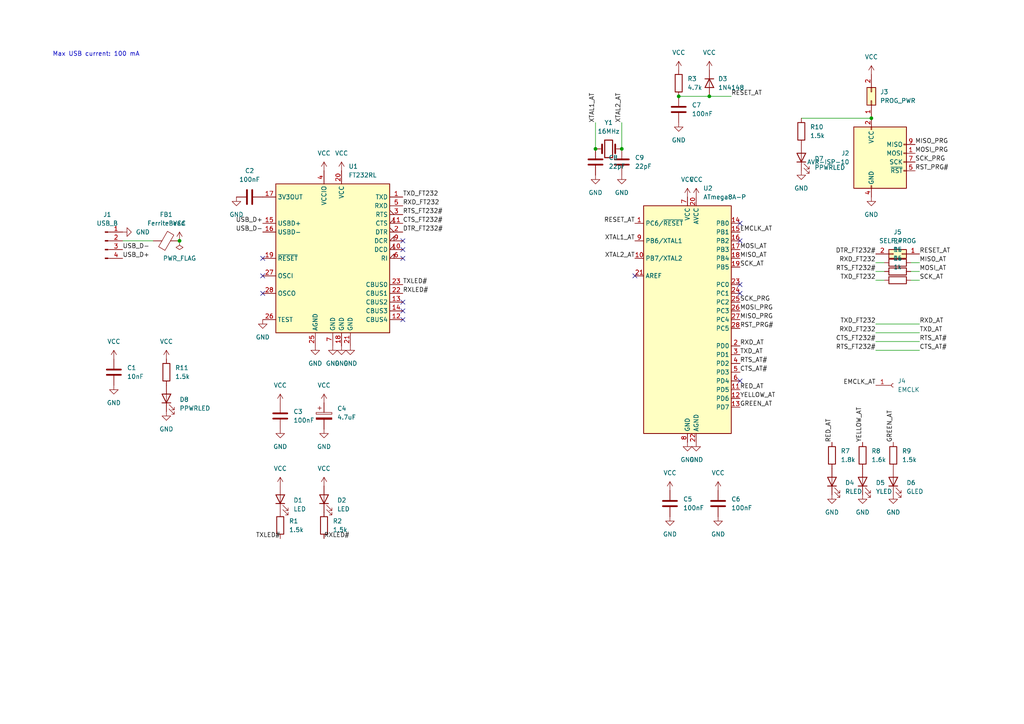
<source format=kicad_sch>
(kicad_sch (version 20211123) (generator eeschema)
  (paper "A4")
  (title_block (title "AVR programmer"))
  (lib_symbols
    (symbol "Connector:AVR-ISP-10" (pin_names (offset 1.016))
      (property "Reference" "J" (at -6.35 11.43 0))
      (property "Value" "AVR-ISP-10" (at 0 11.43 0))
      (symbol "AVR-ISP-10_0_1"
        (rectangle (start -2.667 -6.858) (end -2.413 -7.62))
        (rectangle (start -2.667 10.16) (end -2.413 9.398))
        (rectangle (start 7.62 -2.413) (end 6.858 -2.667))
        (rectangle (start 7.62 0.127) (end 6.858 -0.127))
        (rectangle (start 7.62 2.667) (end 6.858 2.413))
        (rectangle (start 7.62 5.207) (end 6.858 4.953))
        (rectangle (start 7.62 10.16) (end -7.62 -7.62) (stroke (width 0.254)) (fill (type background)))
      )
      (symbol "AVR-ISP-10_1_1"
        (pin passive line (at 10.16 2.54 180) (length 2.54) (name "MOSI") (number "1"))
        (pin passive line (at -2.54 -10.16 90) (length 2.54) hide (name "GND") (number "10"))
        (pin passive line (at -2.54 12.7 270) (length 2.54) (name "VCC") (number "2"))
        (pin no_connect line (at 7.62 -5.08 180) (length 2.54) hide (name "NC") (number "3"))
        (pin passive line (at -2.54 -10.16 90) (length 2.54) (name "GND") (number "4"))
        (pin passive line (at 10.16 -2.54 180) (length 2.54) (name "~{RST}") (number "5"))
        (pin passive line (at -2.54 -10.16 90) (length 2.54) hide (name "GND") (number "6"))
        (pin passive line (at 10.16 0 180) (length 2.54) (name "SCK") (number "7"))
        (pin passive line (at -2.54 -10.16 90) (length 2.54) hide (name "GND") (number "8"))
        (pin passive line (at 10.16 5.08 180) (length 2.54) (name "MISO") (number "9"))
      )
    )
    (symbol "Connector:Conn_01x01_Female" (pin_names (offset 1.016) hide)
      (property "Reference" "J" (at 0 2.54 0))
      (property "Value" "Conn_01x01_Female" (at 0 -2.54 0))
      (symbol "Conn_01x01_Female_1_1"
        (polyline (pts (xy -1.27 0) (xy -0.508 0)) (stroke (width 0.1524)))
        (arc (start 0 0.508) (mid -0.508 0) (end 0 -0.508) (stroke (width 0.1524)))
        (pin passive line (at -5.08 0 0) (length 3.81) (name "Pin_1") (number "1"))
      )
    )
    (symbol "Connector:Conn_01x04_Male" (pin_names (offset 1.016) hide)
      (property "Reference" "J" (at 0 5.08 0))
      (property "Value" "Conn_01x04_Male" (at 0 -7.62 0))
      (symbol "Conn_01x04_Male_1_1"
        (polyline (pts (xy 1.27 -5.08) (xy 0.8636 -5.08)) (stroke (width 0.1524)))
        (polyline (pts (xy 1.27 -2.54) (xy 0.8636 -2.54)) (stroke (width 0.1524)))
        (polyline (pts (xy 1.27 0) (xy 0.8636 0)) (stroke (width 0.1524)))
        (polyline (pts (xy 1.27 2.54) (xy 0.8636 2.54)) (stroke (width 0.1524)))
        (rectangle (start 0.8636 -4.953) (end 0 -5.207) (stroke (width 0.1524)) (fill (type outline)))
        (rectangle (start 0.8636 -2.413) (end 0 -2.667) (stroke (width 0.1524)) (fill (type outline)))
        (rectangle (start 0.8636 0.127) (end 0 -0.127) (stroke (width 0.1524)) (fill (type outline)))
        (rectangle (start 0.8636 2.667) (end 0 2.413) (stroke (width 0.1524)) (fill (type outline)))
        (pin passive line (at 5.08 2.54 180) (length 3.81) (name "Pin_1") (number "1"))
        (pin passive line (at 5.08 0 180) (length 3.81) (name "Pin_2") (number "2"))
        (pin passive line (at 5.08 -2.54 180) (length 3.81) (name "Pin_3") (number "3"))
        (pin passive line (at 5.08 -5.08 180) (length 3.81) (name "Pin_4") (number "4"))
      )
    )
    (symbol "Connector_Generic:Conn_02x01" (pin_names (offset 1.016) hide)
      (property "Reference" "J" (at 1.27 2.54 0))
      (property "Value" "Conn_02x01" (at 1.27 -2.54 0))
      (symbol "Conn_02x01_1_1"
        (rectangle (start -1.27 0.127) (end 0 -0.127) (stroke (width 0.1524)))
        (rectangle (start -1.27 1.27) (end 3.81 -1.27) (stroke (width 0.254)) (fill (type background)))
        (rectangle (start 3.81 0.127) (end 2.54 -0.127) (stroke (width 0.1524)))
        (pin passive line (at -5.08 0 0) (length 3.81) (name "Pin_1") (number "1"))
        (pin passive line (at 7.62 0 180) (length 3.81) (name "Pin_2") (number "2"))
      )
    )
    (symbol "Device:C" (pin_numbers hide) (pin_names (offset 0.254))
      (property "Reference" "C" (at 0.635 2.54 0))
      (property "Value" "C" (at 0.635 -2.54 0))
      (symbol "C_0_1"
        (polyline (pts (xy -2.032 -0.762) (xy 2.032 -0.762)) (stroke (width 0.508)))
        (polyline (pts (xy -2.032 0.762) (xy 2.032 0.762)) (stroke (width 0.508)))
      )
      (symbol "C_1_1"
        (pin passive line (at 0 3.81 270) (length 2.794) (name "~") (number "1"))
        (pin passive line (at 0 -3.81 90) (length 2.794) (name "~") (number "2"))
      )
    )
    (symbol "Device:C_Polarized" (pin_numbers hide) (pin_names (offset 0.254))
      (property "Reference" "C" (at 0.635 2.54 0))
      (property "Value" "C_Polarized" (at 0.635 -2.54 0))
      (symbol "C_Polarized_0_1"
        (rectangle (start -2.286 0.508) (end 2.286 1.016))
        (polyline (pts (xy -1.778 2.286) (xy -0.762 2.286)))
        (polyline (pts (xy -1.27 2.794) (xy -1.27 1.778)))
        (rectangle (start 2.286 -0.508) (end -2.286 -1.016) (fill (type outline)))
      )
      (symbol "C_Polarized_1_1"
        (pin passive line (at 0 3.81 270) (length 2.794) (name "~") (number "1"))
        (pin passive line (at 0 -3.81 90) (length 2.794) (name "~") (number "2"))
      )
    )
    (symbol "Device:Crystal" (pin_numbers hide) (pin_names (offset 1.016) hide)
      (property "Reference" "Y" (at 0 3.81 0))
      (property "Value" "Crystal" (at 0 -3.81 0))
      (symbol "Crystal_0_1"
        (rectangle (start -1.143 2.54) (end 1.143 -2.54) (stroke (width 0.3048)))
        (polyline (pts (xy -2.54 0) (xy -1.905 0)))
        (polyline (pts (xy -1.905 -1.27) (xy -1.905 1.27)) (stroke (width 0.508)))
        (polyline (pts (xy 1.905 -1.27) (xy 1.905 1.27)) (stroke (width 0.508)))
        (polyline (pts (xy 2.54 0) (xy 1.905 0)))
      )
      (symbol "Crystal_1_1"
        (pin passive line (at -3.81 0 0) (length 1.27) (name "1") (number "1"))
        (pin passive line (at 3.81 0 180) (length 1.27) (name "2") (number "2"))
      )
    )
    (symbol "Device:FerriteBead" (pin_numbers hide) (pin_names (offset 0))
      (property "Reference" "FB" (at -3.81 0.635 90))
      (property "Value" "FerriteBead" (at 3.81 0 90))
      (symbol "FerriteBead_0_1"
        (polyline (pts (xy 0 -1.27) (xy 0 -1.2192)))
        (polyline (pts (xy 0 1.27) (xy 0 1.2954)))
        (polyline (pts (xy -2.7686 0.4064) (xy -1.7018 2.2606) (xy 2.7686 -0.3048) (xy 1.6764 -2.159) (xy -2.7686 0.4064)))
      )
      (symbol "FerriteBead_1_1"
        (pin passive line (at 0 3.81 270) (length 2.54) (name "~") (number "1"))
        (pin passive line (at 0 -3.81 90) (length 2.54) (name "~") (number "2"))
      )
    )
    (symbol "Device:LED" (pin_numbers hide) (pin_names (offset 1.016) hide)
      (property "Reference" "D" (at 0 2.54 0))
      (property "Value" "LED" (at 0 -2.54 0))
      (symbol "LED_0_1"
        (polyline (pts (xy -1.27 -1.27) (xy -1.27 1.27)) (stroke (width 0.254)))
        (polyline (pts (xy -1.27 0) (xy 1.27 0)))
        (polyline (pts (xy 1.27 -1.27) (xy 1.27 1.27) (xy -1.27 0) (xy 1.27 -1.27)) (stroke (width 0.254)))
        (polyline (pts (xy -3.048 -0.762) (xy -4.572 -2.286) (xy -3.81 -2.286) (xy -4.572 -2.286) (xy -4.572 -1.524)))
        (polyline (pts (xy -1.778 -0.762) (xy -3.302 -2.286) (xy -2.54 -2.286) (xy -3.302 -2.286) (xy -3.302 -1.524)))
      )
      (symbol "LED_1_1"
        (pin passive line (at -3.81 0 0) (length 2.54) (name "K") (number "1"))
        (pin passive line (at 3.81 0 180) (length 2.54) (name "A") (number "2"))
      )
    )
    (symbol "Device:R" (pin_numbers hide) (pin_names (offset 0))
      (property "Reference" "R" (at 2.032 0 90))
      (property "Value" "R" (at 0 0 90))
      (symbol "R_0_1"
        (rectangle (start -1.016 -2.54) (end 1.016 2.54) (stroke (width 0.254)))
      )
      (symbol "R_1_1"
        (pin passive line (at 0 3.81 270) (length 1.27) (name "~") (number "1"))
        (pin passive line (at 0 -3.81 90) (length 1.27) (name "~") (number "2"))
      )
    )
    (symbol "Diode:1N4148" (pin_numbers hide) (pin_names hide)
      (property "Reference" "D" (at 0 2.54 0))
      (property "Value" "1N4148" (at 0 -2.54 0))
      (symbol "1N4148_0_1"
        (polyline (pts (xy -1.27 1.27) (xy -1.27 -1.27)) (stroke (width 0.254)))
        (polyline (pts (xy 1.27 0) (xy -1.27 0)))
        (polyline (pts (xy 1.27 1.27) (xy 1.27 -1.27) (xy -1.27 0) (xy 1.27 1.27)) (stroke (width 0.254)))
      )
      (symbol "1N4148_1_1"
        (pin passive line (at -3.81 0 0) (length 2.54) (name "K") (number "1"))
        (pin passive line (at 3.81 0 180) (length 2.54) (name "A") (number "2"))
      )
    )
    (symbol "Interface_USB:FT232RL"
      (property "Reference" "U" (at -16.51 22.86 0))
      (property "Value" "FT232RL" (at 10.16 22.86 0))
      (symbol "FT232RL_0_1"
        (rectangle (start -16.51 21.59) (end 16.51 -21.59) (stroke (width 0.254)) (fill (type background)))
      )
      (symbol "FT232RL_1_1"
        (pin output line (at 20.32 17.78 180) (length 3.81) (name "TXD") (number "1"))
        (pin input input_low (at 20.32 2.54 180) (length 3.81) (name "DCD") (number "10"))
        (pin input input_low (at 20.32 10.16 180) (length 3.81) (name "CTS") (number "11"))
        (pin bidirectional line (at 20.32 -17.78 180) (length 3.81) (name "CBUS4") (number "12"))
        (pin bidirectional line (at 20.32 -12.7 180) (length 3.81) (name "CBUS2") (number "13"))
        (pin bidirectional line (at 20.32 -15.24 180) (length 3.81) (name "CBUS3") (number "14"))
        (pin bidirectional line (at -20.32 10.16 0) (length 3.81) (name "USBD+") (number "15"))
        (pin bidirectional line (at -20.32 7.62 0) (length 3.81) (name "USBD-") (number "16"))
        (pin power_out line (at -20.32 17.78 0) (length 3.81) (name "3V3OUT") (number "17"))
        (pin power_in line (at 2.54 -25.4 90) (length 3.81) (name "GND") (number "18"))
        (pin input line (at -20.32 0 0) (length 3.81) (name "~{RESET}") (number "19"))
        (pin output output_low (at 20.32 7.62 180) (length 3.81) (name "DTR") (number "2"))
        (pin power_in line (at 2.54 25.4 270) (length 3.81) (name "VCC") (number "20"))
        (pin power_in line (at 5.08 -25.4 90) (length 3.81) (name "GND") (number "21"))
        (pin bidirectional line (at 20.32 -10.16 180) (length 3.81) (name "CBUS1") (number "22"))
        (pin bidirectional line (at 20.32 -7.62 180) (length 3.81) (name "CBUS0") (number "23"))
        (pin power_in line (at -5.08 -25.4 90) (length 3.81) (name "AGND") (number "25"))
        (pin input line (at -20.32 -17.78 0) (length 3.81) (name "TEST") (number "26"))
        (pin input line (at -20.32 -5.08 0) (length 3.81) (name "OSCI") (number "27"))
        (pin output line (at -20.32 -10.16 0) (length 3.81) (name "OSCO") (number "28"))
        (pin output output_low (at 20.32 12.7 180) (length 3.81) (name "RTS") (number "3"))
        (pin power_in line (at -2.54 25.4 270) (length 3.81) (name "VCCIO") (number "4"))
        (pin input line (at 20.32 15.24 180) (length 3.81) (name "RXD") (number "5"))
        (pin input input_low (at 20.32 0 180) (length 3.81) (name "RI") (number "6"))
        (pin power_in line (at 0 -25.4 90) (length 3.81) (name "GND") (number "7"))
        (pin input input_low (at 20.32 5.08 180) (length 3.81) (name "DCR") (number "9"))
      )
    )
    (symbol "MCU_Microchip_ATmega:ATmega8A-P"
      (property "Reference" "U" (at -12.7 34.29 0))
      (property "Value" "ATmega8A-P" (at 5.08 -34.29 0))
      (symbol "ATmega8A-P_0_1"
        (rectangle (start -12.7 -33.02) (end 12.7 33.02) (stroke (width 0.254)) (fill (type background)))
      )
      (symbol "ATmega8A-P_1_1"
        (pin bidirectional line (at -15.24 27.94 0) (length 2.54) (name "PC6/~{RESET}") (number "1"))
        (pin bidirectional line (at -15.24 17.78 0) (length 2.54) (name "PB7/XTAL2") (number "10"))
        (pin bidirectional line (at 15.24 -20.32 180) (length 2.54) (name "PD5") (number "11"))
        (pin bidirectional line (at 15.24 -22.86 180) (length 2.54) (name "PD6") (number "12"))
        (pin bidirectional line (at 15.24 -25.4 180) (length 2.54) (name "PD7") (number "13"))
        (pin bidirectional line (at 15.24 27.94 180) (length 2.54) (name "PB0") (number "14"))
        (pin bidirectional line (at 15.24 25.4 180) (length 2.54) (name "PB1") (number "15"))
        (pin bidirectional line (at 15.24 22.86 180) (length 2.54) (name "PB2") (number "16"))
        (pin bidirectional line (at 15.24 20.32 180) (length 2.54) (name "PB3") (number "17"))
        (pin bidirectional line (at 15.24 17.78 180) (length 2.54) (name "PB4") (number "18"))
        (pin bidirectional line (at 15.24 15.24 180) (length 2.54) (name "PB5") (number "19"))
        (pin bidirectional line (at 15.24 -7.62 180) (length 2.54) (name "PD0") (number "2"))
        (pin power_in line (at 2.54 35.56 270) (length 2.54) (name "AVCC") (number "20"))
        (pin passive line (at -15.24 12.7 0) (length 2.54) (name "AREF") (number "21"))
        (pin power_in line (at 2.54 -35.56 90) (length 2.54) (name "AGND") (number "22"))
        (pin bidirectional line (at 15.24 10.16 180) (length 2.54) (name "PC0") (number "23"))
        (pin bidirectional line (at 15.24 7.62 180) (length 2.54) (name "PC1") (number "24"))
        (pin bidirectional line (at 15.24 5.08 180) (length 2.54) (name "PC2") (number "25"))
        (pin bidirectional line (at 15.24 2.54 180) (length 2.54) (name "PC3") (number "26"))
        (pin bidirectional line (at 15.24 0 180) (length 2.54) (name "PC4") (number "27"))
        (pin bidirectional line (at 15.24 -2.54 180) (length 2.54) (name "PC5") (number "28"))
        (pin bidirectional line (at 15.24 -10.16 180) (length 2.54) (name "PD1") (number "3"))
        (pin bidirectional line (at 15.24 -12.7 180) (length 2.54) (name "PD2") (number "4"))
        (pin bidirectional line (at 15.24 -15.24 180) (length 2.54) (name "PD3") (number "5"))
        (pin bidirectional line (at 15.24 -17.78 180) (length 2.54) (name "PD4") (number "6"))
        (pin power_in line (at 0 35.56 270) (length 2.54) (name "VCC") (number "7"))
        (pin power_in line (at 0 -35.56 90) (length 2.54) (name "GND") (number "8"))
        (pin bidirectional line (at -15.24 22.86 0) (length 2.54) (name "PB6/XTAL1") (number "9"))
      )
    )
    (symbol "power:GND" (power) (pin_names (offset 0))
      (property "Value" "GND" (at 0 -3.81 0))
      (symbol "GND_0_1"
        (polyline (pts (xy 0 0) (xy 0 -1.27) (xy 1.27 -1.27) (xy 0 -2.54) (xy -1.27 -1.27) (xy 0 -1.27)))
      )
      (symbol "GND_1_1"
        (pin power_in line (at 0 0 270) (length 0) hide (name "GND") (number "1"))
      )
    )
    (symbol "power:PWR_FLAG" (power) (pin_numbers hide) (pin_names (offset 0) hide)
      (property "Value" "PWR_FLAG" (at 0 3.81 0))
      (symbol "PWR_FLAG_0_0"
        (pin power_out line (at 0 0 90) (length 0) (name "pwr") (number "1"))
      )
      (symbol "PWR_FLAG_0_1"
        (polyline (pts (xy 0 0) (xy 0 1.27) (xy -1.016 1.905) (xy 0 2.54) (xy 1.016 1.905) (xy 0 1.27)))
      )
    )
    (symbol "power:VCC" (power) (pin_names (offset 0))
      (property "Value" "VCC" (at 0 3.81 0))
      (symbol "VCC_0_1"
        (polyline (pts (xy -0.762 1.27) (xy 0 2.54)))
        (polyline (pts (xy 0 0) (xy 0 2.54)))
        (polyline (pts (xy 0 2.54) (xy 0.762 1.27)))
      )
      (symbol "VCC_1_1"
        (pin power_in line (at 0 0 90) (length 0) hide (name "VCC") (number "1"))
      )
    )
  )
  (junction (at 172.72 43.18))
  (junction (at 205.74 27.94))
  (junction (at 252.73 34.29))
  (junction (at 52.07 69.85))
  (junction (at 180.34 43.18))
  (junction (at 196.85 27.94))
  (no_connect (at 116.84 69.85))
  (no_connect (at 116.84 87.63))
  (no_connect (at 116.84 92.71))
  (no_connect (at 184.15 80.01))
  (no_connect (at 116.84 74.93))
  (no_connect (at 214.63 85.09))
  (no_connect (at 76.2 74.93))
  (no_connect (at 214.63 82.55))
  (no_connect (at 214.63 64.77))
  (no_connect (at 214.63 110.49))
  (no_connect (at 116.84 90.17))
  (no_connect (at 76.2 85.09))
  (no_connect (at 116.84 72.39))
  (no_connect (at 214.63 69.85))
  (no_connect (at 76.2 80.01))
  (wire (pts (xy 254 99.06) (xy 266.7 99.06)))
  (wire (pts (xy 254 76.2) (xy 256.54 76.2)))
  (wire (pts (xy 254 78.74) (xy 256.54 78.74)))
  (wire (pts (xy 264.16 78.74) (xy 266.7 78.74)))
  (wire (pts (xy 35.56 69.85) (xy 44.45 69.85)))
  (wire (pts (xy 180.34 35.56) (xy 180.34 43.18)))
  (wire (pts (xy 264.16 76.2) (xy 266.7 76.2)))
  (wire (pts (xy 205.74 27.94) (xy 212.09 27.94)))
  (wire (pts (xy 264.16 81.28) (xy 266.7 81.28)))
  (wire (pts (xy 254 96.52) (xy 266.7 96.52)))
  (wire (pts (xy 254 81.28) (xy 256.54 81.28)))
  (wire (pts (xy 232.41 34.29) (xy 252.73 34.29)))
  (wire (pts (xy 172.72 35.56) (xy 172.72 43.18)))
  (wire (pts (xy 254 101.6) (xy 266.7 101.6)))
  (wire (pts (xy 254 93.98) (xy 266.7 93.98)))
  (wire (pts (xy 196.85 27.94) (xy 205.74 27.94)))
  (text "Max USB current: 100 mA" (at 15.24 16.51 0) (effects (font (size 1.27 1.27)) (justify left bottom)))
  (label "MOSI_AT" (at 266.7 78.74 0))
  (label "RTS_FT232#" (at 254 101.6 180))
  (label "TXLED#" (at 116.84 82.55 0))
  (label "YELLOW_AT" (at 214.63 115.57 0))
  (label "MISO_PRG" (at 265.43 41.91 0))
  (label "SCK_AT" (at 214.63 77.47 0))
  (label "TXLED#" (at 81.28 156.21 180))
  (label "RST_PRG#" (at 214.63 95.25 0))
  (label "MISO_AT" (at 214.63 74.93 0))
  (label "XTAL2_AT" (at 184.15 74.93 180))
  (label "RESET_AT" (at 212.09 27.94 0))
  (label "USB_D+" (at 76.2 64.77 180))
  (label "RTS_FT232#" (at 116.84 62.23 0))
  (label "USB_D+" (at 35.56 74.93 0))
  (label "MISO_PRG" (at 214.63 92.71 0))
  (label "RESET_AT" (at 266.7 73.66 0))
  (label "RED_AT" (at 214.63 113.03 0))
  (label "TXD_FT232" (at 254 93.98 180))
  (label "USB_D-" (at 76.2 67.31 180))
  (label "XTAL1_AT" (at 172.72 35.56 90))
  (label "RST_PRG#" (at 265.43 49.53 0))
  (label "RTS_AT#" (at 214.63 105.41 0))
  (label "RXD_FT232" (at 254 76.2 180))
  (label "RTS_FT232#" (at 254 78.74 180))
  (label "TXD_AT" (at 266.7 96.52 0))
  (label "SCK_PRG" (at 265.43 46.99 0))
  (label "XTAL1_AT" (at 184.15 69.85 180))
  (label "DTR_FT232#" (at 116.84 67.31 0))
  (label "MOSI_AT" (at 214.63 72.39 0))
  (label "RXLED#" (at 116.84 85.09 0))
  (label "RXD_AT" (at 214.63 100.33 0))
  (label "XTAL2_AT" (at 180.34 35.56 90))
  (label "DTR_FT232#" (at 254 73.66 180))
  (label "SCK_PRG" (at 214.63 87.63 0))
  (label "RESET_AT" (at 184.15 64.77 180))
  (label "EMCLK_AT" (at 254 111.76 180))
  (label "RXLED#" (at 93.98 156.21 0))
  (label "RED_AT" (at 241.3 128.27 90))
  (label "MOSI_PRG" (at 214.63 90.17 0))
  (label "CTS_FT232#" (at 116.84 64.77 0))
  (label "CTS_AT#" (at 266.7 101.6 0))
  (label "EMCLK_AT" (at 214.63 67.31 0))
  (label "SCK_AT" (at 266.7 81.28 0))
  (label "GREEN_AT" (at 259.08 128.27 90))
  (label "RXD_AT" (at 266.7 93.98 0))
  (label "GREEN_AT" (at 214.63 118.11 0))
  (label "TXD_FT232" (at 116.84 57.15 0))
  (label "CTS_FT232#" (at 254 99.06 180))
  (label "USB_D-" (at 35.56 72.39 0))
  (label "TXD_FT232" (at 254 81.28 180))
  (label "RXD_FT232" (at 116.84 59.69 0))
  (label "RXD_FT232" (at 254 96.52 180))
  (label "MOSI_PRG" (at 265.43 44.45 0))
  (label "CTS_AT#" (at 214.63 107.95 0))
  (label "TXD_AT" (at 214.63 102.87 0))
  (label "YELLOW_AT" (at 250.19 128.27 90))
  (label "RTS_AT#" (at 266.7 99.06 0))
  (label "MISO_AT" (at 266.7 76.2 0))
  (symbol (lib_id "power:VCC") (at 196.85 20.32 0) (unit 1)
    (property "Reference" "#PWR027" (effects hide))
    (property "Value" "VCC" (at 196.85 15.24 0))
  )
  (symbol (lib_id "power:GND") (at 96.52 100.33 0) (unit 1)
    (property "Reference" "#PWR07" (effects hide))
    (property "Value" "GND" (at 96.52 105.41 0))
  )
  (symbol (lib_id "power:VCC") (at 99.06 49.53 0) (unit 1)
    (property "Reference" "#PWR08" (effects hide))
    (property "Value" "VCC" (at 99.06 44.45 0))
  )
  (symbol (lib_id "power:VCC") (at 93.98 140.97 0) (unit 1)
    (property "Reference" "#PWR018" (effects hide))
    (property "Value" "VCC" (at 93.98 135.89 0))
  )
  (symbol (lib_id "power:VCC") (at 201.93 57.15 0) (unit 1)
    (property "Reference" "#PWR023" (effects hide))
    (property "Value" "VCC" (at 201.93 52.07 0))
  )
  (symbol (lib_id "Interface_USB:FT232RL") (at 96.52 74.93 0) (unit 1)
    (property "Reference" "U1" (at 101.0794 48.26 0) (effects (justify left)))
    (property "Value" "FT232RL" (at 101.0794 50.8 0) (effects (justify left)))
    (property "Footprint" "Package_DIP:DIP-28_W15.24mm_Socket_LongPads" (effects hide))
    (property "Datasheet" "https://www.hestore.hu/prod_10024691.html" (effects hide))
  )
  (symbol (lib_id "power:VCC") (at 194.31 142.24 0) (unit 1)
    (property "Reference" "#PWR019" (effects hide))
    (property "Value" "VCC" (at 194.31 137.16 0))
  )
  (symbol (lib_id "Device:C") (at 33.02 107.95 0) (unit 1)
    (property "Reference" "C1" (at 36.83 106.6799 0) (effects (justify left)))
    (property "Value" "10nF" (at 36.83 109.2199 0) (effects (justify left)))
    (property "Footprint" "Capacitor_THT:C_Disc_D3.8mm_W2.6mm_P2.50mm" (effects hide))
    (property "Datasheet" "https://www.hestore.hu/prod_10025993.html" (effects hide))
  )
  (symbol (lib_id "Device:LED") (at 81.28 144.78 90) (unit 1)
    (property "Reference" "D1" (at 85.09 145.0974 90) (effects (justify right)))
    (property "Value" "LED" (at 85.09 147.6374 90) (effects (justify right)))
    (property "Footprint" "LED_THT:LED_D3.0mm" (effects hide))
    (property "Datasheet" "https://www.hestore.hu/prod_10034074.html" (effects hide))
  )
  (symbol (lib_id "Device:R") (at 259.08 132.08 0) (unit 1)
    (property "Reference" "R9" (at 261.62 130.8099 0) (effects (justify left)))
    (property "Value" "1.5k" (at 261.62 133.3499 0) (effects (justify left)))
    (property "Footprint" "Resistor_THT:R_Axial_DIN0207_L6.3mm_D2.5mm_P10.16mm_Horizontal" (effects hide))
    (property "Datasheet" "https://www.hestore.hu/prod_10020521.html" (effects hide))
  )
  (symbol (lib_id "Connector:Conn_01x04_Male") (at 30.48 69.85 0) (unit 1)
    (property "Reference" "J1" (at 31.115 62.23 0))
    (property "Value" "USB_B" (at 31.115 64.77 0))
    (property "Footprint" "Connector_PinHeader_2.54mm:PinHeader_1x04_P2.54mm_Vertical" (effects hide))
  )
  (symbol (lib_id "power:GND") (at 68.58 57.15 0) (unit 1)
    (property "Reference" "#PWR03" (effects hide))
    (property "Value" "GND" (at 68.58 62.23 0))
  )
  (symbol (lib_id "power:GND") (at 241.3 143.51 0) (unit 1)
    (property "Reference" "#PWR034" (effects hide))
    (property "Value" "GND" (at 241.3 148.59 0))
  )
  (symbol (lib_id "Device:C") (at 196.85 31.75 180) (unit 1)
    (property "Reference" "C7" (at 200.66 30.4799 0) (effects (justify right)))
    (property "Value" "100nF" (at 200.66 33.0199 0) (effects (justify right)))
    (property "Footprint" "Capacitor_THT:C_Disc_D3.8mm_W2.6mm_P2.50mm" (effects hide))
    (property "Datasheet" "https://www.hestore.hu/prod_10025992.html" (effects hide))
  )
  (symbol (lib_id "power:GND") (at 99.06 100.33 0) (unit 1)
    (property "Reference" "#PWR09" (effects hide))
    (property "Value" "GND" (at 99.06 105.41 0))
  )
  (symbol (lib_id "power:VCC") (at 93.98 49.53 0) (unit 1)
    (property "Reference" "#PWR06" (effects hide))
    (property "Value" "VCC" (at 93.98 44.45 0))
  )
  (symbol (lib_id "power:VCC") (at 52.07 69.85 0) (unit 1)
    (property "Reference" "#PWR02" (effects hide))
    (property "Value" "VCC" (at 52.07 64.77 0))
  )
  (symbol (lib_id "power:PWR_FLAG") (at 52.07 69.85 180) (unit 1)
    (property "Reference" "#FLG0101" (effects hide))
    (property "Value" "PWR_FLAG" (at 52.07 74.93 0))
  )
  (symbol (lib_id "Connector_Generic:Conn_02x01") (at 252.73 29.21 90) (unit 1)
    (property "Reference" "J3" (at 255.27 26.6699 90) (effects (justify right)))
    (property "Value" "PROG_PWR" (at 255.27 29.2099 90) (effects (justify right)))
    (property "Footprint" "Connector_PinHeader_2.54mm:PinHeader_1x02_P2.54mm_Vertical" (effects hide))
    (property "Datasheet" "https://www.hestore.hu/prod_10024163.html" (effects hide))
  )
  (symbol (lib_id "Device:R") (at 48.26 107.95 0) (unit 1)
    (property "Reference" "R11" (at 50.8 106.6799 0) (effects (justify left)))
    (property "Value" "1.5k" (at 50.8 109.2199 0) (effects (justify left)))
    (property "Footprint" "Resistor_THT:R_Axial_DIN0207_L6.3mm_D2.5mm_P10.16mm_Horizontal" (effects hide))
    (property "Datasheet" "https://www.hestore.hu/prod_10020521.html" (effects hide))
  )
  (symbol (lib_id "Device:R") (at 81.28 152.4 0) (unit 1)
    (property "Reference" "R1" (at 83.82 151.1299 0) (effects (justify left)))
    (property "Value" "1.5k" (at 83.82 153.6699 0) (effects (justify left)))
    (property "Footprint" "Resistor_THT:R_Axial_DIN0207_L6.3mm_D2.5mm_P10.16mm_Horizontal" (effects hide))
    (property "Datasheet" "https://www.hestore.hu/prod_10020521.html" (effects hide))
  )
  (symbol (lib_id "Device:C") (at 81.28 120.65 180) (unit 1)
    (property "Reference" "C3" (at 85.09 119.3799 0) (effects (justify right)))
    (property "Value" "100nF" (at 85.09 121.9199 0) (effects (justify right)))
    (property "Footprint" "Capacitor_THT:C_Disc_D3.8mm_W2.6mm_P2.50mm" (effects hide))
    (property "Datasheet" "https://www.hestore.hu/prod_10025992.html" (effects hide))
  )
  (symbol (lib_id "power:GND") (at 81.28 124.46 0) (unit 1)
    (property "Reference" "#PWR014" (effects hide))
    (property "Value" "GND" (at 81.28 129.54 0))
  )
  (symbol (lib_id "Device:R") (at 250.19 132.08 0) (unit 1)
    (property "Reference" "R8" (at 252.73 130.8099 0) (effects (justify left)))
    (property "Value" "1.6k" (at 252.73 133.3499 0) (effects (justify left)))
    (property "Footprint" "Resistor_THT:R_Axial_DIN0207_L6.3mm_D2.5mm_P10.16mm_Horizontal" (effects hide))
    (property "Datasheet" "https://www.hestore.hu/prod_10020522.html" (effects hide))
  )
  (symbol (lib_id "power:GND") (at 194.31 149.86 0) (unit 1)
    (property "Reference" "#PWR020" (effects hide))
    (property "Value" "GND" (at 194.31 154.94 0))
  )
  (symbol (lib_id "Device:R") (at 260.35 76.2 90) (unit 1)
    (property "Reference" "R4" (at 260.35 69.85 90))
    (property "Value" "1k" (at 260.35 72.39 90))
    (property "Footprint" "Resistor_THT:R_Axial_DIN0207_L6.3mm_D2.5mm_P10.16mm_Horizontal" (effects hide))
    (property "Datasheet" "https://www.hestore.hu/prod_10020517.html" (effects hide))
  )
  (symbol (lib_id "power:GND") (at 76.2 92.71 0) (unit 1)
    (property "Reference" "#PWR04" (effects hide))
    (property "Value" "GND" (at 76.2 97.79 0))
  )
  (symbol (lib_id "power:VCC") (at 33.02 104.14 0) (unit 1)
    (property "Reference" "#PWR011" (effects hide))
    (property "Value" "VCC" (at 33.02 99.06 0))
  )
  (symbol (lib_id "power:VCC") (at 81.28 116.84 0) (unit 1)
    (property "Reference" "#PWR013" (effects hide))
    (property "Value" "VCC" (at 81.28 111.76 0))
  )
  (symbol (lib_id "Device:R") (at 260.35 81.28 90) (unit 1)
    (property "Reference" "R6" (at 260.35 74.93 90))
    (property "Value" "1k" (at 260.35 77.47 90))
    (property "Footprint" "Resistor_THT:R_Axial_DIN0207_L6.3mm_D2.5mm_P10.16mm_Horizontal" (effects hide))
    (property "Datasheet" "https://www.hestore.hu/prod_10020517.html" (effects hide))
  )
  (symbol (lib_id "Connector_Generic:Conn_02x01") (at 261.62 73.66 180) (unit 1)
    (property "Reference" "J5" (at 260.35 67.31 0))
    (property "Value" "SELF_PROG" (at 260.35 69.85 0))
    (property "Footprint" "Connector_PinHeader_2.54mm:PinHeader_1x02_P2.54mm_Vertical" (effects hide))
    (property "Datasheet" "https://www.hestore.hu/prod_10024163.html" (effects hide))
  )
  (symbol (lib_id "power:GND") (at 250.19 143.51 0) (unit 1)
    (property "Reference" "#PWR035" (effects hide))
    (property "Value" "GND" (at 250.19 148.59 0))
  )
  (symbol (lib_id "Device:LED") (at 241.3 139.7 90) (unit 1)
    (property "Reference" "D4" (at 245.11 140.0174 90) (effects (justify right)))
    (property "Value" "RLED" (at 245.11 142.5574 90) (effects (justify right)))
    (property "Footprint" "LED_THT:LED_D3.0mm" (effects hide))
    (property "Datasheet" "https://www.hestore.hu/prod_10030706.html" (effects hide))
  )
  (symbol (lib_id "Device:FerriteBead") (at 48.26 69.85 90) (unit 1)
    (property "Reference" "FB1" (at 48.2092 62.23 90))
    (property "Value" "FerriteBead" (at 48.2092 64.77 90))
    (property "Footprint" "Resistor_SMD:R_0805_2012Metric_Pad1.20x1.40mm_HandSolder" (effects hide))
    (property "Datasheet" "https://www.hestore.hu/prod_10034572.html" (effects hide))
  )
  (symbol (lib_id "Device:C") (at 172.72 46.99 180) (unit 1)
    (property "Reference" "C8" (at 176.53 45.7199 0) (effects (justify right)))
    (property "Value" "22pF" (at 176.53 48.2599 0) (effects (justify right)))
    (property "Footprint" "Capacitor_THT:C_Disc_D3.8mm_W2.6mm_P2.50mm" (effects hide))
    (property "Datasheet" "https://www.hestore.hu/prod_10025995.html" (effects hide))
  )
  (symbol (lib_id "power:GND") (at 180.34 50.8 0) (unit 1)
    (property "Reference" "#PWR033" (effects hide))
    (property "Value" "GND" (at 180.34 55.88 0))
  )
  (symbol (lib_id "Device:LED") (at 232.41 45.72 90) (unit 1)
    (property "Reference" "D7" (at 236.22 46.0374 90) (effects (justify right)))
    (property "Value" "PPWRLED" (at 236.22 48.5774 90) (effects (justify right)))
    (property "Footprint" "LED_THT:LED_D3.0mm" (effects hide))
    (property "Datasheet" "https://www.hestore.hu/prod_10034074.html" (effects hide))
  )
  (symbol (lib_id "power:GND") (at 259.08 143.51 0) (unit 1)
    (property "Reference" "#PWR036" (effects hide))
    (property "Value" "GND" (at 259.08 148.59 0))
  )
  (symbol (lib_id "Device:LED") (at 259.08 139.7 90) (unit 1)
    (property "Reference" "D6" (at 262.89 140.0174 90) (effects (justify right)))
    (property "Value" "GLED" (at 262.89 142.5574 90) (effects (justify right)))
    (property "Footprint" "LED_THT:LED_D3.0mm" (effects hide))
    (property "Datasheet" "https://www.hestore.hu/prod_10034074.html" (effects hide))
  )
  (symbol (lib_id "power:GND") (at 196.85 35.56 0) (unit 1)
    (property "Reference" "#PWR028" (effects hide))
    (property "Value" "GND" (at 196.85 40.64 0))
  )
  (symbol (lib_id "power:GND") (at 252.73 57.15 0) (unit 1)
    (property "Reference" "#PWR031" (effects hide))
    (property "Value" "GND" (at 252.73 62.23 0))
  )
  (symbol (lib_id "power:GND") (at 93.98 124.46 0) (unit 1)
    (property "Reference" "#PWR016" (effects hide))
    (property "Value" "GND" (at 93.98 129.54 0))
  )
  (symbol (lib_id "power:GND") (at 199.39 128.27 0) (unit 1)
    (property "Reference" "#PWR022" (effects hide))
    (property "Value" "GND" (at 199.39 133.35 0))
  )
  (symbol (lib_id "Device:C") (at 194.31 146.05 180) (unit 1)
    (property "Reference" "C5" (at 198.12 144.7799 0) (effects (justify right)))
    (property "Value" "100nF" (at 198.12 147.3199 0) (effects (justify right)))
    (property "Footprint" "Capacitor_THT:C_Disc_D3.8mm_W2.6mm_P2.50mm" (effects hide))
    (property "Datasheet" "https://www.hestore.hu/prod_10025992.html" (effects hide))
  )
  (symbol (lib_id "power:GND") (at 172.72 50.8 0) (unit 1)
    (property "Reference" "#PWR032" (effects hide))
    (property "Value" "GND" (at 172.72 55.88 0))
  )
  (symbol (lib_id "Device:R") (at 241.3 132.08 0) (unit 1)
    (property "Reference" "R7" (at 243.84 130.8099 0) (effects (justify left)))
    (property "Value" "1.8k" (at 243.84 133.3499 0) (effects (justify left)))
    (property "Footprint" "Resistor_THT:R_Axial_DIN0207_L6.3mm_D2.5mm_P10.16mm_Horizontal" (effects hide))
    (property "Datasheet" "https://www.hestore.hu/prod_10020523.html" (effects hide))
  )
  (symbol (lib_id "power:VCC") (at 48.26 104.14 0) (unit 1)
    (property "Reference" "#PWR038" (effects hide))
    (property "Value" "VCC" (at 48.26 99.06 0))
  )
  (symbol (lib_id "power:GND") (at 232.41 49.53 0) (unit 1)
    (property "Reference" "#PWR037" (effects hide))
    (property "Value" "GND" (at 232.41 54.61 0))
  )
  (symbol (lib_id "Device:R") (at 232.41 38.1 0) (unit 1)
    (property "Reference" "R10" (at 234.95 36.8299 0) (effects (justify left)))
    (property "Value" "1.5k" (at 234.95 39.3699 0) (effects (justify left)))
    (property "Footprint" "Resistor_THT:R_Axial_DIN0207_L6.3mm_D2.5mm_P10.16mm_Horizontal" (effects hide))
    (property "Datasheet" "https://www.hestore.hu/prod_10020521.html" (effects hide))
  )
  (symbol (lib_id "Device:LED") (at 250.19 139.7 90) (unit 1)
    (property "Reference" "D5" (at 254 140.0174 90) (effects (justify right)))
    (property "Value" "YLED" (at 254 142.5574 90) (effects (justify right)))
    (property "Footprint" "LED_THT:LED_D3.0mm" (effects hide))
    (property "Datasheet" "https://www.hestore.hu/prod_10034076.html" (effects hide))
  )
  (symbol (lib_id "power:VCC") (at 81.28 140.97 0) (unit 1)
    (property "Reference" "#PWR017" (effects hide))
    (property "Value" "VCC" (at 81.28 135.89 0))
  )
  (symbol (lib_id "Device:LED") (at 93.98 144.78 90) (unit 1)
    (property "Reference" "D2" (at 97.79 145.0974 90) (effects (justify right)))
    (property "Value" "LED" (at 97.79 147.6374 90) (effects (justify right)))
    (property "Footprint" "LED_THT:LED_D3.0mm" (effects hide))
    (property "Datasheet" "https://www.hestore.hu/prod_10034074.html" (effects hide))
  )
  (symbol (lib_id "power:GND") (at 208.28 149.86 0) (unit 1)
    (property "Reference" "#PWR026" (effects hide))
    (property "Value" "GND" (at 208.28 154.94 0))
  )
  (symbol (lib_id "power:GND") (at 35.56 67.31 90) (unit 1)
    (property "Reference" "#PWR01" (effects hide))
    (property "Value" "GND" (at 39.37 67.3099 90) (effects (justify right)))
  )
  (symbol (lib_id "Device:Crystal") (at 176.53 43.18 0) (unit 1)
    (property "Reference" "Y1" (at 176.53 35.56 0))
    (property "Value" "16MHz" (at 176.53 38.1 0))
    (property "Footprint" "Crystal:Crystal_HC49-U_Vertical" (effects hide))
    (property "Datasheet" "https://www.hestore.hu/prod_10021423.html" (effects hide))
  )
  (symbol (lib_id "Device:R") (at 196.85 24.13 0) (unit 1)
    (property "Reference" "R3" (at 199.39 22.8599 0) (effects (justify left)))
    (property "Value" "4.7k" (at 199.39 25.3999 0) (effects (justify left)))
    (property "Footprint" "Resistor_THT:R_Axial_DIN0207_L6.3mm_D2.5mm_P10.16mm_Horizontal" (effects hide))
    (property "Datasheet" "https://www.hestore.hu/prod_10020533.html" (effects hide))
  )
  (symbol (lib_id "power:GND") (at 201.93 128.27 0) (unit 1)
    (property "Reference" "#PWR024" (effects hide))
    (property "Value" "GND" (at 201.93 133.35 0))
  )
  (symbol (lib_id "Device:C") (at 180.34 46.99 180) (unit 1)
    (property "Reference" "C9" (at 184.15 45.7199 0) (effects (justify right)))
    (property "Value" "22pF" (at 184.15 48.2599 0) (effects (justify right)))
    (property "Footprint" "Capacitor_THT:C_Disc_D3.8mm_W2.6mm_P2.50mm" (effects hide))
    (property "Datasheet" "https://www.hestore.hu/prod_10025995.html" (effects hide))
  )
  (symbol (lib_id "Device:C_Polarized") (at 93.98 120.65 0) (unit 1)
    (property "Reference" "C4" (at 97.79 118.4909 0) (effects (justify left)))
    (property "Value" "4.7uF" (at 97.79 121.0309 0) (effects (justify left)))
    (property "Footprint" "Capacitor_THT:CP_Radial_D5.0mm_P2.00mm" (effects hide))
    (property "Datasheet" "https://www.hestore.hu/prod_10000010.html" (effects hide))
  )
  (symbol (lib_id "Device:LED") (at 48.26 115.57 90) (unit 1)
    (property "Reference" "D8" (at 52.07 115.8874 90) (effects (justify right)))
    (property "Value" "PPWRLED" (at 52.07 118.4274 90) (effects (justify right)))
    (property "Footprint" "LED_THT:LED_D3.0mm" (effects hide))
    (property "Datasheet" "https://www.hestore.hu/prod_10034074.html" (effects hide))
  )
  (symbol (lib_id "power:VCC") (at 208.28 142.24 0) (unit 1)
    (property "Reference" "#PWR025" (effects hide))
    (property "Value" "VCC" (at 208.28 137.16 0))
  )
  (symbol (lib_id "Diode:1N4148") (at 205.74 24.13 270) (unit 1)
    (property "Reference" "D3" (at 208.28 22.8599 90) (effects (justify left)))
    (property "Value" "1N4148" (at 208.28 25.3999 90) (effects (justify left)))
    (property "Footprint" "Diode_THT:D_DO-35_SOD27_P7.62mm_Horizontal" (effects hide))
    (property "Datasheet" "https://www.hestore.hu/prod_10023064.html" (effects hide))
  )
  (symbol (lib_id "Device:R") (at 93.98 152.4 0) (unit 1)
    (property "Reference" "R2" (at 96.52 151.1299 0) (effects (justify left)))
    (property "Value" "1.5k" (at 96.52 153.6699 0) (effects (justify left)))
    (property "Footprint" "Resistor_THT:R_Axial_DIN0207_L6.3mm_D2.5mm_P10.16mm_Horizontal" (effects hide))
    (property "Datasheet" "https://www.hestore.hu/prod_10020521.html" (effects hide))
  )
  (symbol (lib_id "power:VCC") (at 199.39 57.15 0) (unit 1)
    (property "Reference" "#PWR021" (effects hide))
    (property "Value" "VCC" (at 199.39 52.07 0))
  )
  (symbol (lib_id "MCU_Microchip_ATmega:ATmega8A-P") (at 199.39 92.71 0) (unit 1)
    (property "Reference" "U2" (at 203.9494 54.61 0) (effects (justify left)))
    (property "Value" "ATmega8A-P" (at 203.9494 57.15 0) (effects (justify left)))
    (property "Footprint" "Package_DIP:DIP-28_W7.62mm_Socket_LongPads" (effects hide))
    (property "Datasheet" "https://www.hestore.hu/prod_10036417.html" (effects hide))
  )
  (symbol (lib_id "power:VCC") (at 252.73 21.59 0) (unit 1)
    (property "Reference" "#PWR030" (effects hide))
    (property "Value" "VCC" (at 252.73 16.51 0))
  )
  (symbol (lib_id "Device:C") (at 208.28 146.05 180) (unit 1)
    (property "Reference" "C6" (at 212.09 144.7799 0) (effects (justify right)))
    (property "Value" "100nF" (at 212.09 147.3199 0) (effects (justify right)))
    (property "Footprint" "Capacitor_THT:C_Disc_D3.8mm_W2.6mm_P2.50mm" (effects hide))
    (property "Datasheet" "https://www.hestore.hu/prod_10025992.html" (effects hide))
  )
  (symbol (lib_id "Connector:AVR-ISP-10") (at 255.27 46.99 0) (unit 1)
    (property "Reference" "J2" (at 246.38 44.4499 0) (effects (justify right)))
    (property "Value" "AVR-ISP-10" (at 246.38 46.9899 0) (effects (justify right)))
    (property "Footprint" "Connector_PinSocket_2.54mm:PinSocket_2x05_P2.54mm_Vertical" (effects hide))
    (property "Datasheet" "https://www.hestore.hu/prod_10026160.html" (effects hide))
  )
  (symbol (lib_id "power:VCC") (at 93.98 116.84 0) (unit 1)
    (property "Reference" "#PWR015" (effects hide))
    (property "Value" "VCC" (at 93.98 111.76 0))
  )
  (symbol (lib_id "power:GND") (at 101.6 100.33 0) (unit 1)
    (property "Reference" "#PWR010" (effects hide))
    (property "Value" "GND" (at 101.6 105.41 0))
  )
  (symbol (lib_id "power:GND") (at 48.26 119.38 0) (unit 1)
    (property "Reference" "#PWR039" (effects hide))
    (property "Value" "GND" (at 48.26 124.46 0))
  )
  (symbol (lib_id "Device:C") (at 72.39 57.15 90) (unit 1)
    (property "Reference" "C2" (at 72.39 49.53 90))
    (property "Value" "100nF" (at 72.39 52.07 90))
    (property "Footprint" "Capacitor_THT:C_Disc_D3.8mm_W2.6mm_P2.50mm" (effects hide))
    (property "Datasheet" "https://www.hestore.hu/prod_10025992.html" (effects hide))
  )
  (symbol (lib_id "power:GND") (at 33.02 111.76 0) (unit 1)
    (property "Reference" "#PWR012" (effects hide))
    (property "Value" "GND" (at 33.02 116.84 0))
  )
  (symbol (lib_id "Device:R") (at 260.35 78.74 90) (unit 1)
    (property "Reference" "R5" (at 260.35 72.39 90))
    (property "Value" "1k" (at 260.35 74.93 90))
    (property "Footprint" "Resistor_THT:R_Axial_DIN0207_L6.3mm_D2.5mm_P10.16mm_Horizontal" (effects hide))
    (property "Datasheet" "https://www.hestore.hu/prod_10020517.html" (effects hide))
  )
  (symbol (lib_id "Connector:Conn_01x01_Female") (at 259.08 111.76 0) (unit 1)
    (property "Reference" "J4" (at 260.35 110.4899 0) (effects (justify left)))
    (property "Value" "EMCLK" (at 260.35 113.0299 0) (effects (justify left)))
    (property "Footprint" "Connector_PinSocket_2.54mm:PinSocket_1x01_P2.54mm_Vertical" (effects hide))
  )
  (symbol (lib_id "power:VCC") (at 205.74 20.32 0) (unit 1)
    (property "Reference" "#PWR029" (effects hide))
    (property "Value" "VCC" (at 205.74 15.24 0))
  )
  (symbol (lib_id "power:GND") (at 91.44 100.33 0) (unit 1)
    (property "Reference" "#PWR05" (effects hide))
    (property "Value" "GND" (at 91.44 105.41 0))
  )
)
</source>
